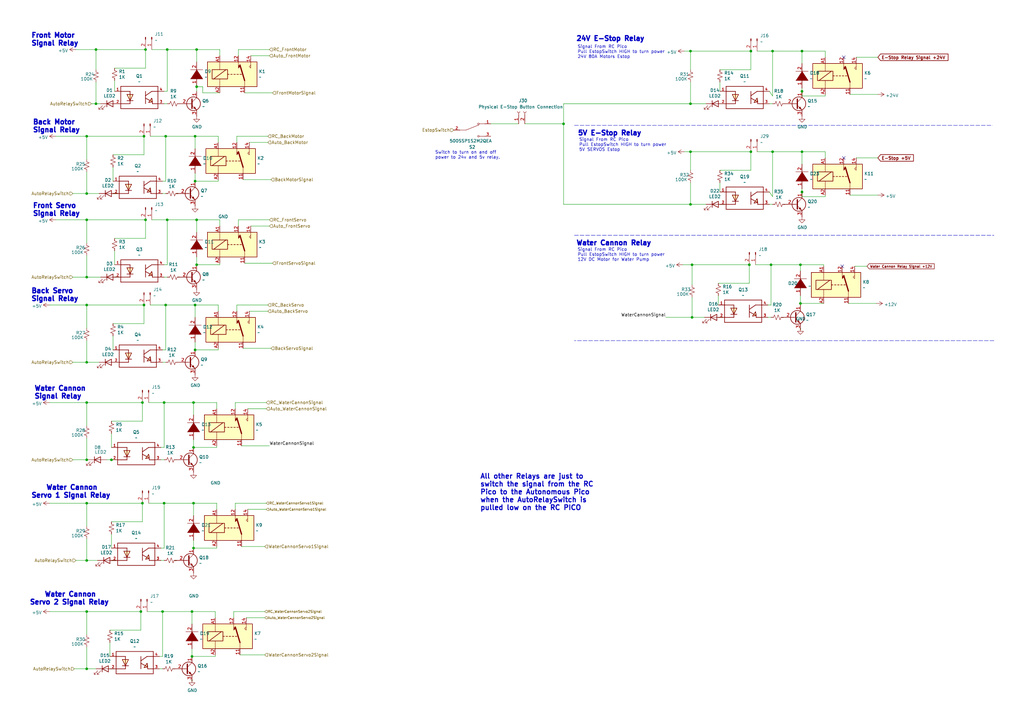
<source format=kicad_sch>
(kicad_sch (version 20211123) (generator eeschema)
  (paper "A3")
  (junction (at 66.675 250.825))
  (junction (at 78.74 269.24))
  (junction (at 79.375 224.79))
  (junction (at 328.295 124.46))
  (junction (at 35.56 229.87))
  (junction (at 328.93 20.955))
  (junction (at 59.69 90.17))
  (junction (at 67.945 125.095))
  (junction (at 35.56 148.59))
  (junction (at 80.645 20.32))
  (junction (at 35.56 55.88))
  (junction (at 67.945 55.88))
  (junction (at 68.58 20.32))
  (junction (at 59.055 125.095))
  (junction (at 80.01 74.295))
  (junction (at 59.69 20.32))
  (junction (at 316.865 62.23))
  (junction (at 283.845 130.175))
  (junction (at 35.56 113.665))
  (junction (at 79.375 165.1))
  (junction (at 307.975 20.955))
  (junction (at 328.93 62.23))
  (junction (at 79.375 206.375))
  (junction (at 58.42 206.375))
  (junction (at 80.01 55.88))
  (junction (at 283.21 83.82))
  (junction (at 67.31 165.1))
  (junction (at 307.34 108.585))
  (junction (at 35.56 188.595))
  (junction (at 57.785 250.825))
  (junction (at 328.93 78.74))
  (junction (at 328.93 37.465))
  (junction (at 316.865 20.955))
  (junction (at 283.845 108.585))
  (junction (at 35.56 165.1))
  (junction (at 68.58 90.17))
  (junction (at 80.645 90.17))
  (junction (at 79.375 183.515))
  (junction (at 231.14 50.8))
  (junction (at 39.37 42.545))
  (junction (at 35.56 206.375))
  (junction (at 80.645 35.56))
  (junction (at 39.37 20.32))
  (junction (at 80.01 143.51))
  (junction (at 45.72 188.595))
  (junction (at 283.21 62.23))
  (junction (at 80.01 125.095))
  (junction (at 35.56 79.375))
  (junction (at 328.295 108.585))
  (junction (at 59.055 55.88))
  (junction (at 35.56 250.825))
  (junction (at 35.56 274.32))
  (junction (at 316.23 108.585))
  (junction (at 80.645 108.585))
  (junction (at 307.975 62.23))
  (junction (at 67.31 206.375))
  (junction (at 35.56 125.095))
  (junction (at 283.21 42.545))
  (junction (at 35.56 90.17))
  (junction (at 283.21 20.955))
  (junction (at 78.74 250.825))
  (junction (at 58.42 165.1))
  (no_connect (at 346.075 64.77))
  (no_connect (at 346.075 23.495))
  (no_connect (at 345.44 109.22))
  (wire (pts (xy 338.455 38.735) (xy 338.455 39.37)))
  (wire (pts (xy 307.975 20.955) (xy 307.975 28.575)))
  (wire (pts (xy 79.375 206.375) (xy 79.375 211.455)))
  (wire (pts (xy 360.045 38.735) (xy 348.615 38.735)))
  (wire (pts (xy 110.49 182.88) (xy 99.06 182.88)))
  (wire (pts (xy 321.31 130.175) (xy 320.675 130.175)))
  (wire (pts (xy 283.21 33.655) (xy 283.21 42.545)))
  (wire (pts (xy 39.37 33.655) (xy 39.37 42.545)))
  (wire (pts (xy 359.41 124.46) (xy 347.98 124.46)))
  (wire (pts (xy 314.96 125.095) (xy 316.23 125.095)))
  (wire (pts (xy 89.535 73.66) (xy 89.535 74.295)))
  (wire (pts (xy 316.865 39.37) (xy 316.865 20.955)))
  (wire (pts (xy 35.56 250.825) (xy 57.785 250.825)))
  (wire (pts (xy 59.055 63.5) (xy 46.355 63.5)))
  (wire (pts (xy 88.9 165.1) (xy 79.375 165.1)))
  (wire (pts (xy 59.055 125.095) (xy 59.055 132.715)))
  (wire (pts (xy 80.645 90.17) (xy 80.645 95.25)))
  (wire (pts (xy 101.6 167.64) (xy 109.22 167.64)))
  (wire (pts (xy 316.865 80.645) (xy 316.865 62.23)))
  (wire (pts (xy 283.845 130.175) (xy 288.925 130.175)))
  (wire (pts (xy 80.01 74.295) (xy 80.01 71.12)))
  (wire (pts (xy 111.125 142.875) (xy 99.695 142.875)))
  (wire (pts (xy 294.64 121.285) (xy 294.64 125.095)))
  (wire (pts (xy 66.675 148.59) (xy 67.945 148.59)))
  (wire (pts (xy 283.845 121.92) (xy 283.845 130.175)))
  (wire (pts (xy 297.18 42.545) (xy 295.275 42.545)))
  (wire (pts (xy 338.455 80.645) (xy 328.93 80.645)))
  (wire (pts (xy 96.52 165.1) (xy 96.52 167.64)))
  (wire (pts (xy 79.375 224.79) (xy 79.375 221.615)))
  (wire (pts (xy 80.645 37.465) (xy 80.645 35.56)))
  (wire (pts (xy 35.56 250.825) (xy 35.56 260.35)))
  (wire (pts (xy 60.96 165.1) (xy 67.31 165.1)))
  (wire (pts (xy 80.645 20.32) (xy 80.645 25.4)))
  (wire (pts (xy 296.545 130.175) (xy 294.64 130.175)))
  (wire (pts (xy 328.295 134.62) (xy 328.295 135.255)))
  (wire (pts (xy 109.855 55.88) (xy 97.155 55.88)))
  (wire (pts (xy 351.155 23.495) (xy 360.045 23.495)))
  (wire (pts (xy 315.595 83.82) (xy 316.865 83.82)))
  (wire (pts (xy 307.975 69.85) (xy 295.275 69.85)))
  (wire (pts (xy 57.785 258.445) (xy 45.085 258.445)))
  (wire (pts (xy 35.56 113.665) (xy 41.275 113.665)))
  (wire (pts (xy 31.115 229.87) (xy 35.56 229.87)))
  (wire (pts (xy 89.535 74.295) (xy 80.01 74.295)))
  (wire (pts (xy 67.31 224.79) (xy 67.31 206.375)))
  (wire (pts (xy 88.9 224.155) (xy 88.9 224.79)))
  (wire (pts (xy 35.56 125.095) (xy 59.055 125.095)))
  (wire (pts (xy 338.455 20.955) (xy 328.93 20.955)))
  (wire (pts (xy 201.295 50.8) (xy 212.725 50.8)))
  (wire (pts (xy 22.86 55.88) (xy 35.56 55.88)))
  (wire (pts (xy 109.855 125.095) (xy 97.155 125.095)))
  (wire (pts (xy 22.86 90.17) (xy 35.56 90.17)))
  (wire (pts (xy 338.455 64.77) (xy 338.455 62.23)))
  (wire (pts (xy 65.405 269.24) (xy 66.675 269.24)))
  (polyline (pts (xy 235.585 51.435) (xy 407.035 51.435)))
  (wire (pts (xy 295.275 74.93) (xy 295.275 78.74)))
  (wire (pts (xy 328.93 37.465) (xy 328.93 36.195)))
  (wire (pts (xy 67.31 165.1) (xy 79.375 165.1)))
  (wire (pts (xy 46.355 68.58) (xy 46.355 74.295)))
  (wire (pts (xy 89.535 58.42) (xy 89.535 55.88)))
  (wire (pts (xy 35.56 148.59) (xy 40.64 148.59)))
  (wire (pts (xy 88.9 206.375) (xy 79.375 206.375)))
  (wire (pts (xy 88.9 167.64) (xy 88.9 165.1)))
  (wire (pts (xy 59.055 132.715) (xy 46.355 132.715)))
  (wire (pts (xy 68.58 20.32) (xy 80.645 20.32)))
  (wire (pts (xy 29.845 148.59) (xy 35.56 148.59)))
  (wire (pts (xy 315.595 37.465) (xy 316.865 39.37)))
  (wire (pts (xy 35.56 90.17) (xy 35.56 99.695)))
  (wire (pts (xy 79.375 165.1) (xy 79.375 170.18)))
  (wire (pts (xy 35.56 229.87) (xy 40.005 229.87)))
  (wire (pts (xy 66.675 74.295) (xy 67.945 74.295)))
  (wire (pts (xy 29.845 113.665) (xy 35.56 113.665)))
  (wire (pts (xy 35.56 165.1) (xy 58.42 165.1)))
  (wire (pts (xy 110.49 20.32) (xy 97.79 20.32)))
  (wire (pts (xy 80.645 108.585) (xy 80.645 105.41)))
  (wire (pts (xy 35.56 79.375) (xy 40.64 79.375)))
  (wire (pts (xy 73.66 42.545) (xy 73.025 42.545)))
  (wire (pts (xy 89.535 142.875) (xy 89.535 143.51)))
  (wire (pts (xy 316.865 62.23) (xy 328.93 62.23)))
  (wire (pts (xy 307.975 62.23) (xy 307.975 69.85)))
  (wire (pts (xy 89.535 125.095) (xy 80.01 125.095)))
  (wire (pts (xy 328.93 78.74) (xy 328.93 77.47)))
  (wire (pts (xy 97.79 90.17) (xy 97.79 92.71)))
  (wire (pts (xy 97.79 20.32) (xy 97.79 22.86)))
  (wire (pts (xy 338.455 62.23) (xy 328.93 62.23)))
  (wire (pts (xy 73.025 79.375) (xy 72.39 79.375)))
  (wire (pts (xy 78.74 269.24) (xy 78.74 266.065)))
  (wire (pts (xy 321.945 83.82) (xy 321.31 83.82)))
  (wire (pts (xy 111.125 73.66) (xy 99.695 73.66)))
  (wire (pts (xy 88.9 182.88) (xy 88.9 183.515)))
  (wire (pts (xy 280.67 20.955) (xy 283.21 20.955)))
  (wire (pts (xy 47.625 188.595) (xy 45.72 188.595)))
  (wire (pts (xy 316.865 20.955) (xy 328.93 20.955)))
  (wire (pts (xy 338.455 39.37) (xy 328.93 39.37)))
  (wire (pts (xy 67.31 206.375) (xy 79.375 206.375)))
  (wire (pts (xy 97.155 125.095) (xy 97.155 127.635)))
  (wire (pts (xy 39.37 42.545) (xy 41.275 42.545)))
  (wire (pts (xy 88.265 268.605) (xy 88.265 269.24)))
  (wire (pts (xy 35.56 206.375) (xy 35.56 215.9)))
  (wire (pts (xy 68.58 90.17) (xy 80.645 90.17)))
  (wire (pts (xy 45.72 219.075) (xy 45.72 224.79)))
  (wire (pts (xy 58.42 213.995) (xy 45.72 213.995)))
  (wire (pts (xy 35.56 139.7) (xy 35.56 148.59)))
  (wire (pts (xy 83.185 38.1) (xy 83.185 35.56)))
  (wire (pts (xy 60.96 206.375) (xy 67.31 206.375)))
  (wire (pts (xy 59.69 20.32) (xy 59.69 27.94)))
  (wire (pts (xy 67.31 108.585) (xy 68.58 108.585)))
  (wire (pts (xy 73.66 113.665) (xy 73.025 113.665)))
  (wire (pts (xy 328.295 124.46) (xy 328.295 125.095)))
  (wire (pts (xy 35.56 70.485) (xy 35.56 79.375)))
  (wire (pts (xy 307.34 108.585) (xy 307.34 116.205)))
  (wire (pts (xy 35.56 265.43) (xy 35.56 274.32)))
  (wire (pts (xy 67.31 37.465) (xy 68.58 37.465)))
  (wire (pts (xy 95.885 250.825) (xy 95.885 253.365)))
  (wire (pts (xy 88.265 250.825) (xy 78.74 250.825)))
  (wire (pts (xy 328.93 62.23) (xy 328.93 67.31)))
  (wire (pts (xy 61.595 125.095) (xy 67.945 125.095)))
  (wire (pts (xy 96.52 206.375) (xy 96.52 208.915)))
  (wire (pts (xy 88.9 183.515) (xy 79.375 183.515)))
  (wire (pts (xy 280.035 108.585) (xy 283.845 108.585)))
  (wire (pts (xy 72.39 229.87) (xy 71.755 229.87)))
  (wire (pts (xy 283.21 20.955) (xy 283.21 28.575)))
  (wire (pts (xy 89.535 55.88) (xy 80.01 55.88)))
  (wire (pts (xy 58.42 165.1) (xy 58.42 172.72)))
  (wire (pts (xy 66.675 143.51) (xy 67.945 143.51)))
  (wire (pts (xy 89.535 143.51) (xy 80.01 143.51)))
  (wire (pts (xy 48.895 113.665) (xy 46.99 113.665)))
  (wire (pts (xy 283.21 42.545) (xy 289.56 42.545)))
  (wire (pts (xy 35.56 188.595) (xy 36.195 188.595)))
  (wire (pts (xy 273.05 130.175) (xy 283.845 130.175)))
  (wire (pts (xy 102.87 92.71) (xy 110.49 92.71)))
  (wire (pts (xy 31.115 20.32) (xy 39.37 20.32)))
  (wire (pts (xy 307.975 28.575) (xy 295.275 28.575)))
  (wire (pts (xy 111.76 38.1) (xy 100.33 38.1)))
  (wire (pts (xy 108.585 268.605) (xy 98.425 268.605)))
  (wire (pts (xy 71.755 274.32) (xy 71.12 274.32)))
  (wire (pts (xy 20.32 165.1) (xy 35.56 165.1)))
  (wire (pts (xy 328.295 108.585) (xy 328.295 111.125)))
  (wire (pts (xy 20.32 125.095) (xy 35.56 125.095)))
  (wire (pts (xy 351.155 64.77) (xy 360.045 64.77)))
  (wire (pts (xy 35.56 104.775) (xy 35.56 113.665)))
  (wire (pts (xy 29.845 79.375) (xy 35.56 79.375)))
  (wire (pts (xy 48.26 148.59) (xy 46.355 148.59)))
  (wire (pts (xy 66.04 224.79) (xy 67.31 224.79)))
  (wire (pts (xy 66.675 269.24) (xy 66.675 250.825)))
  (wire (pts (xy 79.375 183.515) (xy 79.375 180.34)))
  (wire (pts (xy 280.67 62.23) (xy 283.21 62.23)))
  (wire (pts (xy 328.295 121.285) (xy 328.295 124.46)))
  (wire (pts (xy 328.295 124.46) (xy 337.82 124.46)))
  (wire (pts (xy 90.17 92.71) (xy 90.17 90.17)))
  (wire (pts (xy 283.21 62.23) (xy 307.975 62.23)))
  (wire (pts (xy 310.515 62.23) (xy 316.865 62.23)))
  (wire (pts (xy 328.93 37.465) (xy 328.93 39.37)))
  (wire (pts (xy 66.04 188.595) (xy 67.31 188.595)))
  (wire (pts (xy 315.595 42.545) (xy 316.865 42.545)))
  (wire (pts (xy 283.21 20.955) (xy 307.975 20.955)))
  (wire (pts (xy 88.265 269.24) (xy 78.74 269.24)))
  (wire (pts (xy 109.22 165.1) (xy 96.52 165.1)))
  (wire (pts (xy 337.82 109.22) (xy 337.82 108.585)))
  (wire (pts (xy 48.26 79.375) (xy 46.355 79.375)))
  (wire (pts (xy 83.185 35.56) (xy 80.645 35.56)))
  (wire (pts (xy 328.93 20.955) (xy 328.93 26.035)))
  (wire (pts (xy 110.49 90.17) (xy 97.79 90.17)))
  (wire (pts (xy 46.99 102.87) (xy 46.99 108.585)))
  (wire (pts (xy 90.17 22.86) (xy 90.17 20.32)))
  (wire (pts (xy 80.01 55.88) (xy 80.01 60.96)))
  (wire (pts (xy 47.625 229.87) (xy 45.72 229.87)))
  (wire (pts (xy 48.895 42.545) (xy 46.99 42.545)))
  (wire (pts (xy 59.69 90.17) (xy 59.69 97.79)))
  (wire (pts (xy 100.965 253.365) (xy 108.585 253.365)))
  (wire (pts (xy 29.845 188.595) (xy 35.56 188.595)))
  (wire (pts (xy 68.58 37.465) (xy 68.58 20.32)))
  (wire (pts (xy 297.18 83.82) (xy 295.275 83.82)))
  (wire (pts (xy 65.405 274.32) (xy 66.675 274.32)))
  (wire (pts (xy 111.76 107.95) (xy 100.33 107.95)))
  (wire (pts (xy 67.31 183.515) (xy 67.31 165.1)))
  (wire (pts (xy 309.88 108.585) (xy 316.23 108.585)))
  (wire (pts (xy 283.845 108.585) (xy 283.845 116.84)))
  (wire (pts (xy 80.01 143.51) (xy 80.01 140.335)))
  (wire (pts (xy 80.01 125.095) (xy 80.01 130.175)))
  (wire (pts (xy 20.32 206.375) (xy 35.56 206.375)))
  (wire (pts (xy 67.31 42.545) (xy 68.58 42.545)))
  (wire (pts (xy 102.235 58.42) (xy 109.855 58.42)))
  (wire (pts (xy 108.585 250.825) (xy 95.885 250.825)))
  (wire (pts (xy 88.265 253.365) (xy 88.265 250.825)))
  (wire (pts (xy 231.14 42.545) (xy 283.21 42.545)))
  (wire (pts (xy 60.325 250.825) (xy 66.675 250.825)))
  (polyline (pts (xy 407.67 139.7) (xy 235.585 139.7)))
  (wire (pts (xy 59.69 27.94) (xy 46.99 27.94)))
  (wire (pts (xy 66.04 229.87) (xy 67.31 229.87)))
  (wire (pts (xy 66.04 183.515) (xy 67.31 183.515)))
  (wire (pts (xy 231.14 42.545) (xy 231.14 50.8)))
  (wire (pts (xy 97.155 55.88) (xy 97.155 58.42)))
  (wire (pts (xy 90.17 20.32) (xy 80.645 20.32)))
  (wire (pts (xy 39.37 20.32) (xy 59.69 20.32)))
  (wire (pts (xy 88.9 208.915) (xy 88.9 206.375)))
  (wire (pts (xy 295.275 33.655) (xy 295.275 37.465)))
  (wire (pts (xy 315.595 78.74) (xy 316.865 80.645)))
  (wire (pts (xy 283.21 74.93) (xy 283.21 83.82)))
  (wire (pts (xy 20.32 250.825) (xy 35.56 250.825)))
  (wire (pts (xy 67.945 125.095) (xy 80.01 125.095)))
  (wire (pts (xy 35.56 55.88) (xy 59.055 55.88)))
  (wire (pts (xy 66.675 79.375) (xy 67.945 79.375)))
  (wire (pts (xy 67.945 143.51) (xy 67.945 125.095)))
  (wire (pts (xy 314.96 130.175) (xy 316.23 130.175)))
  (wire (pts (xy 108.585 224.155) (xy 99.06 224.155)))
  (wire (pts (xy 89.535 127.635) (xy 89.535 125.095)))
  (wire (pts (xy 90.17 107.95) (xy 90.17 108.585)))
  (wire (pts (xy 90.17 90.17) (xy 80.645 90.17)))
  (wire (pts (xy 350.52 109.22) (xy 355.6 109.22)))
  (wire (pts (xy 35.56 90.17) (xy 59.69 90.17)))
  (wire (pts (xy 316.23 125.095) (xy 316.23 108.585)))
  (wire (pts (xy 35.56 125.095) (xy 35.56 134.62)))
  (wire (pts (xy 360.045 80.01) (xy 348.615 80.01)))
  (wire (pts (xy 46.99 274.32) (xy 45.085 274.32)))
  (wire (pts (xy 337.82 108.585) (xy 328.295 108.585)))
  (wire (pts (xy 45.72 177.8) (xy 45.72 183.515)))
  (wire (pts (xy 80.645 34.29) (xy 80.645 35.56)))
  (wire (pts (xy 67.945 55.88) (xy 80.01 55.88)))
  (wire (pts (xy 90.17 38.1) (xy 83.185 38.1)))
  (wire (pts (xy 283.845 108.585) (xy 307.34 108.585)))
  (wire (pts (xy 283.21 83.82) (xy 231.14 83.82)))
  (wire (pts (xy 101.6 208.915) (xy 109.22 208.915)))
  (wire (pts (xy 78.74 250.825) (xy 78.74 255.905)))
  (wire (pts (xy 37.465 42.545) (xy 39.37 42.545)))
  (wire (pts (xy 57.785 250.825) (xy 57.785 258.445)))
  (wire (pts (xy 283.21 83.82) (xy 289.56 83.82)))
  (wire (pts (xy 35.56 220.98) (xy 35.56 229.87)))
  (wire (pts (xy 67.31 113.665) (xy 68.58 113.665)))
  (wire (pts (xy 328.93 78.74) (xy 328.93 80.645)))
  (wire (pts (xy 316.23 108.585) (xy 328.295 108.585)))
  (wire (pts (xy 35.56 55.88) (xy 35.56 65.405)))
  (wire (pts (xy 39.37 20.32) (xy 39.37 28.575)))
  (wire (pts (xy 102.235 127.635) (xy 109.855 127.635)))
  (wire (pts (xy 66.675 250.825) (xy 78.74 250.825)))
  (wire (pts (xy 58.42 172.72) (xy 45.72 172.72)))
  (wire (pts (xy 68.58 108.585) (xy 68.58 90.17)))
  (wire (pts (xy 73.025 148.59) (xy 72.39 148.59)))
  (wire (pts (xy 46.99 33.02) (xy 46.99 37.465)))
  (wire (pts (xy 307.34 116.205) (xy 294.64 116.205)))
  (wire (pts (xy 35.56 274.32) (xy 39.37 274.32)))
  (wire (pts (xy 35.56 179.705) (xy 35.56 188.595)))
  (wire (pts (xy 78.74 278.765) (xy 78.74 279.4)))
  (wire (pts (xy 338.455 80.01) (xy 338.455 80.645)))
  (wire (pts (xy 72.39 188.595) (xy 71.755 188.595)))
  (wire (pts (xy 338.455 23.495) (xy 338.455 20.955)))
  (wire (pts (xy 215.265 50.8) (xy 231.14 50.8)))
  (wire (pts (xy 231.14 50.8) (xy 231.14 83.82)))
  (wire (pts (xy 59.055 55.88) (xy 59.055 63.5)))
  (wire (pts (xy 45.72 188.595) (xy 43.815 188.595)))
  (wire (pts (xy 58.42 206.375) (xy 58.42 213.995)))
  (polyline (pts (xy 235.585 96.52) (xy 407.67 96.52)))
  (wire (pts (xy 45.085 263.525) (xy 45.085 269.24)))
  (wire (pts (xy 62.23 90.17) (xy 68.58 90.17)))
  (wire (pts (xy 46.355 137.795) (xy 46.355 143.51)))
  (wire (pts (xy 62.23 20.32) (xy 68.58 20.32)))
  (wire (pts (xy 109.22 206.375) (xy 96.52 206.375)))
  (wire (pts (xy 67.945 74.295) (xy 67.945 55.88)))
  (wire (pts (xy 310.515 20.955) (xy 316.865 20.955)))
  (wire (pts (xy 30.48 274.32) (xy 35.56 274.32)))
  (wire (pts (xy 283.21 62.23) (xy 283.21 69.85)))
  (wire (pts (xy 61.595 55.88) (xy 67.945 55.88)))
  (wire (pts (xy 35.56 165.1) (xy 35.56 174.625)))
  (wire (pts (xy 88.9 224.79) (xy 79.375 224.79)))
  (wire (pts (xy 59.69 97.79) (xy 46.99 97.79)))
  (wire (pts (xy 321.945 42.545) (xy 321.31 42.545)))
  (wire (pts (xy 90.17 108.585) (xy 80.645 108.585)))
  (wire (pts (xy 102.87 22.86) (xy 110.49 22.86)))
  (wire (pts (xy 35.56 206.375) (xy 58.42 206.375)))
  (text "5V E-Stop Relay" (at 236.855 55.88 0) (effects (font (size 2 2) (thickness 0.5994) bold) (justify left bottom)))
  (text "All other Relays are just to \nswitch the signal from the RC \nPico to the Autonomous Pico \nwhen the AutoRelaySwitch is \npulled low on the RC PICO" (at 196.85 209.55 0) (effects (font (size 2 2) (thickness 0.4) bold) (justify left bottom)))
  (text "Front Motor \nSignal Relay" (at 12.7 19.05 0) (effects (font (size 2 2) (thickness 0.5994) bold) (justify left bottom)))
  (text "Switch to turn on and off \npower to 24v and 5v relay." (at 178.435 65.405 0) (effects (font (size 1.27 1.27)) (justify left bottom)))
  (text "    Water Cannon \nServo 1 Signal Relay" (at 12.7 204.47 0) (effects (font (size 2 2) (thickness 0.5994) bold) (justify left bottom)))
  (text "    Water Cannon\nServo 2 Signal Relay" (at 12.065 248.285 0) (effects (font (size 2 2) (thickness 0.5994) bold) (justify left bottom)))
  (text "Front Servo \nSignal Relay" (at 13.335 88.9 0) (effects (font (size 2 2) (thickness 0.5994) bold) (justify left bottom)))
  (text "Signal From RC Pico \nPull EstopSwitch HIGH to turn power\n5V SERVOS Estop" (at 237.49 62.23 0) (effects (font (size 1.27 1.27)) (justify left bottom)))
  (text "24V E-Stop Relay" (at 236.22 17.145 0) (effects (font (size 2 2) (thickness 0.5994) bold) (justify left bottom)))
  (text "Back Motor\nSignal Relay" (at 13.335 54.61 0) (effects (font (size 2 2) (thickness 0.5994) bold) (justify left bottom)))
  (text "Water Cannon Relay" (at 236.22 100.965 0) (effects (font (size 2 2) (thickness 0.5994) bold) (justify left bottom)))
  (text "Back Servo\nSignal Relay" (at 12.7 123.825 0) (effects (font (size 2 2) (thickness 0.5994) bold) (justify left bottom)))
  (text "Water Cannon \nSignal Relay" (at 13.97 163.83 0) (effects (font (size 2 2) (thickness 0.5994) bold) (justify left bottom)))
  (text "Signal From RC Pico \nPull EstopSwitch HIGH to turn power\n24V 80A Motors Estop" (at 236.855 24.13 0) (effects (font (size 1.27 1.27)) (justify left bottom)))
  (text "Signal From RC Pico \nPull EstopSwitch HIGH to turn power\n12V DC Motor for Water Pump" (at 236.855 107.315 0) (effects (font (size 1.27 1.27)) (justify left bottom)))
  (label "WaterCannonSignal" (at 273.05 130.175 180))
  (label "WaterCannonSignal" (at 110.49 182.88 0))
  (global_label "E-Stop Relay Signal +24V" (shape input) (at 360.045 23.495 0) (effects (font bold)) (property "Intersheet References" "${INTERSHEET_REFS}" (effects hide)))
  (global_label "E-Stop +5V" (shape input) (at 360.045 64.77 0) (effects (font bold)) (property "Intersheet References" "${INTERSHEET_REFS}" (effects hide)))
  (global_label "Water Cannon Relay Signal +12V" (shape input) (at 355.6 109.22 0) (effects (font (size 1 1) bold)) (property "Intersheet References" "${INTERSHEET_REFS}" (effects hide)))
  (hierarchical_label "Auto_FrontMotor" (shape input) (at 110.49 22.86 0))
  (hierarchical_label "RC_FrontMotor" (shape input) (at 110.49 20.32 0))
  (hierarchical_label "AutoRelaySwitch" (shape input) (at 29.845 79.375 180))
  (hierarchical_label "AutoRelaySwitch" (shape input) (at 29.845 113.665 180))
  (hierarchical_label "AutoRelaySwitch" (shape input) (at 29.845 148.59 180))
  (hierarchical_label "AutoRelaySwitch" (shape input) (at 29.845 188.595 180))
  (hierarchical_label "RC_BackServo" (shape input) (at 109.855 125.095 0))
  (hierarchical_label "Auto_BackMotor" (shape input) (at 109.855 58.42 0))
  (hierarchical_label "RC_WaterCannonSignal" (shape input) (at 109.22 165.1 0))
  (hierarchical_label "Auto_WaterCannonServo2Signal" (shape input) (at 108.585 253.365 0) (effects (font (size 1 1))))
  (hierarchical_label "RC_BackMotor" (shape input) (at 109.855 55.88 0))
  (hierarchical_label "RC_WaterCannonServo1Signal" (shape input) (at 109.22 206.375 0) (effects (font (size 1 1))))
  (hierarchical_label "BackServoSignal" (shape input) (at 111.125 142.875 0))
  (hierarchical_label "AutoRelaySwitch" (shape input) (at 31.115 229.87 180))
  (hierarchical_label "Auto_WaterCannonSignal" (shape input) (at 109.22 167.64 0))
  (hierarchical_label "FrontServoSignal" (shape input) (at 111.76 107.95 0))
  (hierarchical_label "RC_FrontServo" (shape input) (at 110.49 90.17 0))
  (hierarchical_label "Auto_BackServo" (shape input) (at 109.855 127.635 0))
  (hierarchical_label "Auto_FrontServo" (shape input) (at 110.49 92.71 0))
  (hierarchical_label "EstopSwitch" (shape input) (at 186.055 53.34 180))
  (hierarchical_label "RC_WaterCannonServo2Signal" (shape input) (at 108.585 250.825 0) (effects (font (size 1 1))))
  (hierarchical_label "AutoRelaySwitch" (shape input) (at 37.465 42.545 180))
  (hierarchical_label "Auto_WaterCannonServo1Signal" (shape input) (at 109.22 208.915 0) (effects (font (size 1 1))))
  (hierarchical_label "AutoRelaySwitch" (shape input) (at 30.48 274.32 180))
  (hierarchical_label "BackMotorSignal" (shape input) (at 111.125 73.66 0))
  (hierarchical_label "FrontMotorSignal" (shape input) (at 111.76 38.1 0))
  (hierarchical_label "WaterCannonServo2Signal" (shape input) (at 108.585 268.605 0))
  (hierarchical_label "WaterCannonServo1Signal" (shape input) (at 108.585 224.155 0))
  (symbol (lib_id "Device:R_Small_US") (at 45.72 216.535 0) (unit 1)
    (property "Reference" "R17" (at 47.4472 215.3666 0) (effects (justify left)))
    (property "Value" "1K" (at 47.4472 217.678 0) (effects (justify left)))
    (property "Footprint" "Resistor_SMD:R_0805_2012Metric_Pad1.20x1.40mm_HandSolder" (effects hide))
  )
  (symbol (lib_id "power:+5V") (at 280.035 108.585 90) (unit 1)
    (property "Reference" "#PWR0145" (effects hide))
    (property "Value" "+5V" (at 276.8601 109.0188 90) (effects (justify left)))
  )
  (symbol (lib_id "Connector:Conn_01x02_Male") (at 62.23 85.09 270) (unit 1)
    (property "Reference" "J13" (at 63.5 83.82 90) (effects (justify left)))
    (property "Value" "~" (at 63.5 86.36 90) (effects (justify left)))
    (property "Footprint" "Connector_PinHeader_2.54mm:PinHeader_1x02_P2.54mm_Vertical" (effects hide))
  )
  (symbol (lib_id "Device:R_Small_US") (at 295.275 31.115 0) (unit 1)
    (property "Reference" "R14" (at 297.0022 29.9466 0) (effects (justify left)))
    (property "Value" "1K" (at 297.0022 32.258 0) (effects (justify left)))
    (property "Footprint" "Resistor_SMD:R_0805_2012Metric_Pad1.20x1.40mm_HandSolder" (effects hide))
  )
  (symbol (lib_id "power:+5V") (at 280.67 62.23 90) (unit 1)
    (property "Reference" "#PWR0198" (effects hide))
    (property "Value" "+5V" (at 277.4951 62.6638 90) (effects (justify left)))
  )
  (symbol (lib_id "Device:R_Small_US") (at 294.64 118.745 0) (unit 1)
    (property "Reference" "R16" (at 296.3672 117.5766 0) (effects (justify left)))
    (property "Value" "1K" (at 296.3672 119.888 0) (effects (justify left)))
    (property "Footprint" "Resistor_SMD:R_0805_2012Metric_Pad1.20x1.40mm_HandSolder" (effects hide))
  )
  (symbol (lib_id "PC817A:PC817A") (at 304.8 127.635 0) (unit 1)
    (property "Reference" "Q13" (at 304.8 118.8212 0))
    (property "Value" "~" (at 304.8 121.1326 0))
    (property "Footprint" "dylan:DIP762W50P254L650H458Q4B" (effects hide))
    (property "MP" "PC817A" (effects hide))
    (property "Description" "Photo-Coupler Photo-Coupler" (effects hide))
    (property "Price" "None" (effects hide))
    (property "Package" "None" (effects hide))
    (property "Availability" "Unavailable" (effects hide))
    (property "MF" "Sharp Microelectronics" (effects hide))
  )
  (symbol (lib_id "Device:R_Small_US") (at 46.355 135.255 0) (unit 1)
    (property "Reference" "R4" (at 48.0822 134.0866 0) (effects (justify left)))
    (property "Value" "1K" (at 48.0822 136.398 0) (effects (justify left)))
    (property "Footprint" "Resistor_SMD:R_0805_2012Metric_Pad1.20x1.40mm_HandSolder" (effects hide))
  )
  (symbol (lib_id "Transistor_BJT:BC547") (at 326.39 83.82 0) (unit 1)
    (property "Reference" "Q20" (at 331.216 82.6516 0) (effects (justify left)))
    (property "Value" "~" (at 331.216 84.963 0) (effects (justify left)))
    (property "Footprint" "Package_TO_SOT_THT:TO-92_Inline" (effects hide))
    (property "Datasheet" "https://www.onsemi.com/pub/Collateral/BC550-D.pdf" (effects hide))
  )
  (symbol (lib_id "power:GND") (at 328.93 88.9 0) (unit 1)
    (property "Reference" "#PWR0199" (effects hide))
    (property "Value" "~" (at 329.057 93.2942 0))
  )
  (symbol (lib_id "Device:R_Small_US") (at 319.405 83.82 270) (unit 1)
    (property "Reference" "R35" (at 319.405 78.613 90))
    (property "Value" "1K" (at 319.405 80.9244 90))
    (property "Footprint" "Resistor_SMD:R_0805_2012Metric_Pad1.20x1.40mm_HandSolder" (effects hide))
  )
  (symbol (lib_id "Connector:Conn_01x02_Male") (at 60.96 160.02 270) (unit 1)
    (property "Reference" "J15" (at 62.23 158.75 90) (effects (justify left)))
    (property "Value" "~" (at 62.23 161.29 90) (effects (justify left)))
    (property "Footprint" "Connector_PinHeader_2.54mm:PinHeader_1x02_P2.54mm_Vertical" (effects hide))
  )
  (symbol (lib_id "Connector:Conn_01x02_Male") (at 310.515 57.15 270) (unit 1)
    (property "Reference" "J29" (at 311.785 55.88 90) (effects (justify left)))
    (property "Value" "~" (at 311.785 58.42 90) (effects (justify left)))
    (property "Footprint" "Connector_PinHeader_2.54mm:PinHeader_1x02_P2.54mm_Vertical" (effects hide))
  )
  (symbol (lib_id "power:GND") (at 78.74 278.765 0) (unit 1)
    (property "Reference" "#PWR0144" (effects hide))
    (property "Value" "~" (at 78.867 283.1592 0))
  )
  (symbol (lib_id "Device:R_Small_US") (at 46.99 30.48 0) (unit 1)
    (property "Reference" "R1" (at 48.7172 29.3116 0) (effects (justify left)))
    (property "Value" "1K" (at 48.7172 31.623 0) (effects (justify left)))
    (property "Footprint" "Resistor_SMD:R_0805_2012Metric_Pad1.20x1.40mm_HandSolder" (effects hide))
  )
  (symbol (lib_id "PC817A:PC817A") (at 305.435 81.28 0) (unit 1)
    (property "Reference" "Q19" (at 305.435 72.4662 0))
    (property "Value" "~" (at 305.435 74.7776 0))
    (property "Footprint" "dylan:DIP762W50P254L650H458Q4B" (effects hide))
    (property "MP" "PC817A" (effects hide))
    (property "Description" "Photo-Coupler Photo-Coupler" (effects hide))
    (property "Price" "None" (effects hide))
    (property "Package" "None" (effects hide))
    (property "Availability" "Unavailable" (effects hide))
    (property "MF" "Sharp Microelectronics" (effects hide))
  )
  (symbol (lib_id "pspice:DIODE") (at 80.01 66.04 90) (unit 1)
    (property "Reference" "D10" (at 83.2612 64.8716 90) (effects (justify right)))
    (property "Value" "~" (at 83.2612 67.183 90) (effects (justify right)))
    (property "Footprint" "Diode_SMD:D_1210_3225Metric_Pad1.42x2.65mm_HandSolder" (effects hide))
  )
  (symbol (lib_id "power:GND") (at 80.645 118.745 0) (unit 1)
    (property "Reference" "#PWR0137" (effects hide))
    (property "Value" "~" (at 80.772 123.1392 0))
  )
  (symbol (lib_id "pspice:DIODE") (at 328.93 31.115 90) (unit 1)
    (property "Reference" "D18" (at 332.1812 29.9466 90) (effects (justify right)))
    (property "Value" "~" (at 332.1812 32.258 90) (effects (justify right)))
    (property "Footprint" "Diode_SMD:D_1210_3225Metric_Pad1.42x2.65mm_HandSolder" (effects hide))
  )
  (symbol (lib_id "Connector:Conn_01x02_Male") (at 60.325 245.745 270) (unit 1)
    (property "Reference" "J17" (at 61.595 244.475 90) (effects (justify left)))
    (property "Value" "~" (at 61.595 247.015 90) (effects (justify left)))
    (property "Footprint" "Connector_PinHeader_2.54mm:PinHeader_1x02_P2.54mm_Vertical" (effects hide))
  )
  (symbol (lib_id "Device:R_Small_US") (at 71.12 113.665 270) (unit 1)
    (property "Reference" "R11" (at 71.12 108.458 90))
    (property "Value" "1K" (at 71.12 110.7694 90))
    (property "Footprint" "Resistor_SMD:R_0805_2012Metric_Pad1.20x1.40mm_HandSolder" (effects hide))
  )
  (symbol (lib_id "Device:LED") (at 43.815 229.87 0) (unit 1)
    (property "Reference" "D17" (at 43.6372 224.3582 0))
    (property "Value" "LED2" (at 43.6372 226.6696 0))
    (property "Footprint" "LED_SMD:LED_0402_1005Metric_Pad0.77x0.64mm_HandSolder" (effects hide))
  )
  (symbol (lib_id "Transistor_BJT:BC547") (at 76.835 229.87 0) (unit 1)
    (property "Reference" "Q18" (at 81.661 228.7016 0) (effects (justify left)))
    (property "Value" "~" (at 81.661 231.013 0) (effects (justify left)))
    (property "Footprint" "Package_TO_SOT_THT:TO-92_Inline" (effects hide))
    (property "Datasheet" "https://www.onsemi.com/pub/Collateral/BC550-D.pdf" (effects hide))
  )
  (symbol (lib_id "Relay:FINDER-40.11") (at 93.98 175.26 0) (unit 1)
    (property "Reference" "K5" (at 104.902 174.0916 0) (effects (justify left)))
    (property "Value" "~" (at 104.902 176.403 0) (effects (justify left)))
    (property "Footprint" "Relay_THT:Relay_SPDT_Finder_36.11" (effects hide))
    (property "Datasheet" "https://www.finder-relais.net/de/finder-relais-serie-40.pdf" (effects hide))
  )
  (symbol (lib_id "Relay:FINDER-40.11") (at 93.98 216.535 0) (unit 1)
    (property "Reference" "K9" (at 104.902 215.3666 0) (effects (justify left)))
    (property "Value" "~" (at 104.902 217.678 0) (effects (justify left)))
    (property "Footprint" "Relay_THT:Relay_SPDT_Finder_36.11" (effects hide))
    (property "Datasheet" "https://www.finder-relais.net/de/finder-relais-serie-40.pdf" (effects hide))
  )
  (symbol (lib_id "PC817A:PC817A") (at 55.88 227.33 0) (unit 1)
    (property "Reference" "Q14" (at 55.88 218.5162 0))
    (property "Value" "~" (at 55.88 220.8276 0))
    (property "Footprint" "dylan:DIP762W50P254L650H458Q4B" (effects hide))
    (property "MP" "PC817A" (effects hide))
    (property "Description" "Photo-Coupler Photo-Coupler" (effects hide))
    (property "Price" "None" (effects hide))
    (property "Package" "None" (effects hide))
    (property "Availability" "Unavailable" (effects hide))
    (property "MF" "Sharp Microelectronics" (effects hide))
  )
  (symbol (lib_id "Device:R_Small_US") (at 35.56 137.16 0) (unit 1)
    (property "Reference" "R27" (at 31.115 136.525 0) (effects (justify left)))
    (property "Value" "100K" (at 29.21 138.43 0) (effects (justify left)))
    (property "Footprint" "Resistor_SMD:R_0805_2012Metric_Pad1.20x1.40mm_HandSolder" (effects hide))
  )
  (symbol (lib_id "power:+5V") (at 20.32 125.095 90) (unit 1)
    (property "Reference" "#PWR0140" (effects hide))
    (property "Value" "+5V" (at 17.1451 125.5288 90) (effects (justify left)))
  )
  (symbol (lib_id "pspice:DIODE") (at 80.645 100.33 90) (unit 1)
    (property "Reference" "D11" (at 83.8962 99.1616 90) (effects (justify right)))
    (property "Value" "~" (at 83.8962 101.473 90) (effects (justify right)))
    (property "Footprint" "Diode_SMD:D_1210_3225Metric_Pad1.42x2.65mm_HandSolder" (effects hide))
  )
  (symbol (lib_id "Connector:Conn_01x02_Male") (at 62.23 15.24 270) (unit 1)
    (property "Reference" "J11" (at 63.5 13.97 90) (effects (justify left)))
    (property "Value" "~" (at 63.5 16.51 90) (effects (justify left)))
    (property "Footprint" "Connector_PinHeader_2.54mm:PinHeader_1x02_P2.54mm_Vertical" (effects hide))
  )
  (symbol (lib_id "power:+24V") (at 360.045 38.735 270) (unit 1)
    (property "Reference" "#PWR0152" (effects hide))
    (property "Value" "+24V" (at 363.22 39.1688 90) (effects (justify left)))
  )
  (symbol (lib_id "Device:R_Small_US") (at 71.12 42.545 270) (unit 1)
    (property "Reference" "R9" (at 71.12 37.338 90))
    (property "Value" "1K" (at 71.12 39.6494 90))
    (property "Footprint" "Resistor_SMD:R_0805_2012Metric_Pad1.20x1.40mm_HandSolder" (effects hide))
  )
  (symbol (lib_id "Relay:FINDER-40.11") (at 94.615 135.255 0) (unit 1)
    (property "Reference" "K4" (at 105.537 134.0866 0) (effects (justify left)))
    (property "Value" "~" (at 105.537 136.398 0) (effects (justify left)))
    (property "Footprint" "Relay_THT:Relay_SPDT_Finder_36.11" (effects hide))
    (property "Datasheet" "https://www.finder-relais.net/de/finder-relais-serie-40.pdf" (effects hide))
  )
  (symbol (lib_id "pspice:DIODE") (at 79.375 175.26 90) (unit 1)
    (property "Reference" "D13" (at 82.6262 174.0916 90) (effects (justify right)))
    (property "Value" "~" (at 82.6262 176.403 90) (effects (justify right)))
    (property "Footprint" "Diode_SMD:D_1210_3225Metric_Pad1.42x2.65mm_HandSolder" (effects hide))
  )
  (symbol (lib_id "power:+5V") (at 20.32 165.1 90) (unit 1)
    (property "Reference" "#PWR0141" (effects hide))
    (property "Value" "+5V" (at 17.1451 165.5338 90) (effects (justify left)))
  )
  (symbol (lib_id "power:GND") (at 80.01 84.455 0) (unit 1)
    (property "Reference" "#PWR0135" (effects hide))
    (property "Value" "~" (at 91.567 88.8492 0))
  )
  (symbol (lib_id "PC817A:PC817A") (at 55.245 271.78 0) (unit 1)
    (property "Reference" "Q12" (at 55.245 262.9662 0))
    (property "Value" "~" (at 55.245 265.2776 0))
    (property "Footprint" "dylan:DIP762W50P254L650H458Q4B" (effects hide))
    (property "MP" "PC817A" (effects hide))
    (property "Description" "Photo-Coupler Photo-Coupler" (effects hide))
    (property "Price" "None" (effects hide))
    (property "Package" "None" (effects hide))
    (property "Availability" "Unavailable" (effects hide))
    (property "MF" "Sharp Microelectronics" (effects hide))
  )
  (symbol (lib_id "Transistor_BJT:BC547") (at 325.755 130.175 0) (unit 1)
    (property "Reference" "Q17" (at 330.581 129.0066 0) (effects (justify left)))
    (property "Value" "~" (at 330.581 131.318 0) (effects (justify left)))
    (property "Footprint" "Package_TO_SOT_THT:TO-92_Inline" (effects hide))
    (property "Datasheet" "https://www.onsemi.com/pub/Collateral/BC550-D.pdf" (effects hide))
  )
  (symbol (lib_id "Relay:FINDER-40.11") (at 343.535 72.39 0) (unit 1)
    (property "Reference" "K11" (at 354.457 71.2216 0) (effects (justify left)))
    (property "Value" "~" (at 354.457 73.533 0) (effects (justify left)))
    (property "Footprint" "Relay_THT:Relay_SPDT_Finder_36.11" (effects hide))
    (property "Datasheet" "https://www.finder-relais.net/de/finder-relais-serie-40.pdf" (effects hide))
  )
  (symbol (lib_id "Device:R_Small_US") (at 295.275 72.39 0) (unit 1)
    (property "Reference" "R34" (at 297.0022 71.2216 0) (effects (justify left)))
    (property "Value" "1K" (at 297.0022 73.533 0) (effects (justify left)))
    (property "Footprint" "Resistor_SMD:R_0805_2012Metric_Pad1.20x1.40mm_HandSolder" (effects hide))
  )
  (symbol (lib_id "Relay:FINDER-40.11") (at 342.9 116.84 0) (unit 1)
    (property "Reference" "K8" (at 353.822 115.6716 0) (effects (justify left)))
    (property "Value" "~" (at 353.822 117.983 0) (effects (justify left)))
    (property "Footprint" "Relay_THT:Relay_SPDT_Finder_36.11" (effects hide))
    (property "Datasheet" "https://www.finder-relais.net/de/finder-relais-serie-40.pdf" (effects hide))
  )
  (symbol (lib_id "Connector:Conn_01x02_Male") (at 309.88 103.505 270) (unit 1)
    (property "Reference" "J18" (at 311.15 102.235 90) (effects (justify left)))
    (property "Value" "~" (at 311.15 104.775 90) (effects (justify left)))
    (property "Footprint" "Connector_PinHeader_2.54mm:PinHeader_1x02_P2.54mm_Vertical" (effects hide))
  )
  (symbol (lib_id "PC817A:PC817A") (at 305.435 40.005 0) (unit 1)
    (property "Reference" "Q11" (at 305.435 31.1912 0))
    (property "Value" "~" (at 305.435 33.5026 0))
    (property "Footprint" "dylan:DIP762W50P254L650H458Q4B" (effects hide))
    (property "MP" "PC817A" (effects hide))
    (property "Description" "Photo-Coupler Photo-Coupler" (effects hide))
    (property "Price" "None" (effects hide))
    (property "Package" "None" (effects hide))
    (property "Availability" "Unavailable" (effects hide))
    (property "MF" "Sharp Microelectronics" (effects hide))
  )
  (symbol (lib_id "Device:LED") (at 44.45 79.375 0) (unit 1)
    (property "Reference" "D2" (at 44.2722 73.8632 0))
    (property "Value" "LED2" (at 44.2722 76.1746 0))
    (property "Footprint" "LED_SMD:LED_0402_1005Metric_Pad0.77x0.64mm_HandSolder" (effects hide))
  )
  (symbol (lib_id "Device:LED") (at 292.735 130.175 0) (unit 1)
    (property "Reference" "D16" (at 292.5572 124.6632 0))
    (property "Value" "LED2" (at 292.5572 126.9746 0))
    (property "Footprint" "LED_SMD:LED_0402_1005Metric_Pad0.77x0.64mm_HandSolder" (effects hide))
  )
  (symbol (lib_id "Connector:Conn_01x02_Male") (at 61.595 120.015 270) (unit 1)
    (property "Reference" "J14" (at 62.865 118.745 90) (effects (justify left)))
    (property "Value" "~" (at 62.865 121.285 90) (effects (justify left)))
    (property "Footprint" "Connector_PinHeader_2.54mm:PinHeader_1x02_P2.54mm_Vertical" (effects hide))
  )
  (symbol (lib_id "Transistor_BJT:BC547") (at 76.2 274.32 0) (unit 1)
    (property "Reference" "Q16" (at 81.026 273.1516 0) (effects (justify left)))
    (property "Value" "~" (at 81.026 275.463 0) (effects (justify left)))
    (property "Footprint" "Package_TO_SOT_THT:TO-92_Inline" (effects hide))
    (property "Datasheet" "https://www.onsemi.com/pub/Collateral/BC550-D.pdf" (effects hide))
  )
  (symbol (lib_id "pspice:DIODE") (at 78.74 260.985 90) (unit 1)
    (property "Reference" "D19" (at 81.9912 259.8166 90) (effects (justify right)))
    (property "Value" "~" (at 81.9912 262.128 90) (effects (justify right)))
    (property "Footprint" "Diode_SMD:D_1210_3225Metric_Pad1.42x2.65mm_HandSolder" (effects hide))
  )
  (symbol (lib_id "Device:R_Small_US") (at 39.37 31.115 0) (unit 1)
    (property "Reference" "R24" (at 34.925 30.48 0) (effects (justify left)))
    (property "Value" "100K" (at 33.02 32.385 0) (effects (justify left)))
    (property "Footprint" "Resistor_SMD:R_0805_2012Metric_Pad1.20x1.40mm_HandSolder" (effects hide))
  )
  (symbol (lib_id "Relay:FINDER-40.11") (at 343.535 31.115 0) (unit 1)
    (property "Reference" "K6" (at 354.457 29.9466 0) (effects (justify left)))
    (property "Value" "~" (at 354.457 32.258 0) (effects (justify left)))
    (property "Footprint" "Relay_THT:Relay_SPDT_Finder_36.11" (effects hide))
    (property "Datasheet" "https://www.finder-relais.net/de/finder-relais-serie-40.pdf" (effects hide))
  )
  (symbol (lib_id "Device:R_Small_US") (at 283.845 119.38 0) (unit 1)
    (property "Reference" "R33" (at 279.4 118.745 0) (effects (justify left)))
    (property "Value" "100K" (at 277.495 120.65 0) (effects (justify left)))
    (property "Footprint" "Resistor_SMD:R_0805_2012Metric_Pad1.20x1.40mm_HandSolder" (effects hide))
  )
  (symbol (lib_id "Transistor_BJT:BC547") (at 78.105 113.665 0) (unit 1)
    (property "Reference" "Q8" (at 82.931 112.4966 0) (effects (justify left)))
    (property "Value" "~" (at 82.931 114.808 0) (effects (justify left)))
    (property "Footprint" "Package_TO_SOT_THT:TO-92_Inline" (effects hide))
    (property "Datasheet" "https://www.onsemi.com/pub/Collateral/BC550-D.pdf" (effects hide))
  )
  (symbol (lib_id "power:+5V") (at 280.67 20.955 90) (unit 1)
    (property "Reference" "#PWR0149" (effects hide))
    (property "Value" "+5V" (at 277.4951 21.3888 90) (effects (justify left)))
  )
  (symbol (lib_id "PC817A:PC817A") (at 57.15 40.005 0) (unit 1)
    (property "Reference" "Q1" (at 57.15 31.1912 0))
    (property "Value" "~" (at 57.15 33.5026 0))
    (property "Footprint" "dylan:DIP762W50P254L650H458Q4B" (effects hide))
    (property "MP" "PC817A" (effects hide))
    (property "Description" "Photo-Coupler Photo-Coupler" (effects hide))
    (property "Price" "None" (effects hide))
    (property "Package" "None" (effects hide))
    (property "Availability" "Unavailable" (effects hide))
    (property "MF" "Sharp Microelectronics" (effects hide))
  )
  (symbol (lib_id "PC817A:PC817A") (at 56.515 146.05 0) (unit 1)
    (property "Reference" "Q4" (at 56.515 137.2362 0))
    (property "Value" "~" (at 56.515 139.5476 0))
    (property "Footprint" "dylan:DIP762W50P254L650H458Q4B" (effects hide))
    (property "MP" "PC817A" (effects hide))
    (property "Description" "Photo-Coupler Photo-Coupler" (effects hide))
    (property "Price" "None" (effects hide))
    (property "Package" "None" (effects hide))
    (property "Availability" "Unavailable" (effects hide))
    (property "MF" "Sharp Microelectronics" (effects hide))
  )
  (symbol (lib_id "Transistor_BJT:BC547") (at 77.47 148.59 0) (unit 1)
    (property "Reference" "Q9" (at 82.296 147.4216 0) (effects (justify left)))
    (property "Value" "~" (at 82.296 149.733 0) (effects (justify left)))
    (property "Footprint" "Package_TO_SOT_THT:TO-92_Inline" (effects hide))
    (property "Datasheet" "https://www.onsemi.com/pub/Collateral/BC550-D.pdf" (effects hide))
  )
  (symbol (lib_id "Device:LED") (at 43.18 274.32 0) (unit 1)
    (property "Reference" "D15" (at 43.0022 268.8082 0))
    (property "Value" "LED2" (at 43.0022 271.1196 0))
    (property "Footprint" "LED_SMD:LED_0402_1005Metric_Pad0.77x0.64mm_HandSolder" (effects hide))
  )
  (symbol (lib_id "power:+5V") (at 22.86 55.88 90) (unit 1)
    (property "Reference" "#PWR0138" (effects hide))
    (property "Value" "+5V" (at 19.6851 56.3138 90) (effects (justify left)))
  )
  (symbol (lib_id "pspice:DIODE") (at 328.295 116.205 90) (unit 1)
    (property "Reference" "D20" (at 323.215 116.205 90) (effects (justify right)))
    (property "Value" "~" (at 331.5462 117.348 90) (effects (justify right)))
    (property "Footprint" "Diode_SMD:D_1210_3225Metric_Pad1.42x2.65mm_HandSolder" (effects hide))
  )
  (symbol (lib_id "power:GND") (at 328.295 134.62 0) (unit 1)
    (property "Reference" "#PWR0146" (effects hide))
    (property "Value" "~" (at 328.422 130.7592 0))
  )
  (symbol (lib_id "Device:R_Small_US") (at 46.99 100.33 0) (unit 1)
    (property "Reference" "R3" (at 48.7172 99.1616 0) (effects (justify left)))
    (property "Value" "1K" (at 48.7172 101.473 0) (effects (justify left)))
    (property "Footprint" "Resistor_SMD:R_0805_2012Metric_Pad1.20x1.40mm_HandSolder" (effects hide))
  )
  (symbol (lib_id "Device:LED") (at 44.45 148.59 0) (unit 1)
    (property "Reference" "D4" (at 44.2722 143.0782 0))
    (property "Value" "LED2" (at 44.2722 145.3896 0))
    (property "Footprint" "LED_SMD:LED_0402_1005Metric_Pad0.77x0.64mm_HandSolder" (effects hide))
  )
  (symbol (lib_id "500SSP1S2M2QEA:500SSP1S2M2QEA") (at 193.675 53.34 0) (unit 1)
    (property "Reference" "S2" (at 193.675 60.325 0))
    (property "Value" "500SSP1S2M2QEA" (at 193.04 57.785 0))
    (property "Footprint" "dylan:SW_500SSP1S2M2QEA" (effects hide))
    (property "Datasheet" "https://www.digikey.com/en/products/detail/e-switch/500SSP1S2M2QEA/1803993?utm_adgroup=&utm_source=google&utm_medium=cpc&utm_campaign=PMax%20Shopping_Product_Low%20ROAS%20Categories&utm_term=&utm_content=&utm_id=go_cmp-20243063506_adg-_ad-__dev-c_ext-_prd-1803993_sig-Cj0KCQiA5fetBhC9ARIsAP1UMgF_lKoLxJErkFHgZVcsSd0KgjoC60Ft3_n5XenuKVFArcmdF-f7iD0aAqA_EALw_wcB&gad_source=1&gclid=Cj0KCQiA5fetBhC9ARIsAP1UMgF_lKoLxJErkFHgZVcsSd0KgjoC60Ft3_n5XenuKVFArcmdF-f7iD0aAqA_EALw_wcB" (effects hide))
    (property "MF" "E-Switch" (effects hide))
    (property "MAXIMUM_PACKAGE_HEIGHT" "13.59mm" (effects hide))
    (property "Package" "None" (effects hide))
    (property "Price" "None" (effects hide))
    (property "Check_prices" "https://www.snapeda.com/parts/500SSP1S2M2QEA/E-Switch/view-part/?ref=eda" (effects hide))
    (property "STANDARD" "Manufacturer Recommendations" (effects hide))
    (property "PARTREV" "C" (effects hide))
    (property "SnapEDA_Link" "https://www.snapeda.com/parts/500SSP1S2M2QEA/E-Switch/view-part/?ref=snap" (effects hide))
    (property "MP" "500SSP1S2M2QEA" (effects hide))
    (property "Description" "\nSlide Switch, 500A Series, Sealed, SPDT, ON-ON, 5A, 120VAC/28VDC, Silver, PC Pi | E-Switch 500SSP1S2M2QEA\n" (effects hide))
    (property "Availability" "In Stock" (effects hide))
    (property "MANUFACTURER" "E-switch" (effects hide))
  )
  (symbol (lib_id "Device:R_Small_US") (at 46.355 66.04 0) (unit 1)
    (property "Reference" "R2" (at 48.0822 64.8716 0) (effects (justify left)))
    (property "Value" "1K" (at 48.0822 67.183 0) (effects (justify left)))
    (property "Footprint" "Resistor_SMD:R_0805_2012Metric_Pad1.20x1.40mm_HandSolder" (effects hide))
  )
  (symbol (lib_id "PC817A:PC817A") (at 56.515 76.835 0) (unit 1)
    (property "Reference" "Q2" (at 56.515 68.0212 0))
    (property "Value" "~" (at 56.515 70.3326 0))
    (property "Footprint" "dylan:DIP762W50P254L650H458Q4B" (effects hide))
    (property "MP" "PC817A" (effects hide))
    (property "Description" "Photo-Coupler Photo-Coupler" (effects hide))
    (property "Price" "None" (effects hide))
    (property "Package" "None" (effects hide))
    (property "Availability" "Unavailable" (effects hide))
    (property "MF" "Sharp Microelectronics" (effects hide))
  )
  (symbol (lib_id "pspice:DIODE") (at 328.93 72.39 90) (unit 1)
    (property "Reference" "D23" (at 332.1812 71.2216 90) (effects (justify right)))
    (property "Value" "~" (at 332.1812 73.533 90) (effects (justify right)))
    (property "Footprint" "Diode_SMD:D_1210_3225Metric_Pad1.42x2.65mm_HandSolder" (effects hide))
  )
  (symbol (lib_id "Device:R_Small_US") (at 35.56 262.89 0) (unit 1)
    (property "Reference" "R30" (at 31.115 262.255 0) (effects (justify left)))
    (property "Value" "100K" (at 29.21 264.16 0) (effects (justify left)))
    (property "Footprint" "Resistor_SMD:R_0805_2012Metric_Pad1.20x1.40mm_HandSolder" (effects hide))
  )
  (symbol (lib_id "Transistor_BJT:BC547") (at 77.47 79.375 0) (unit 1)
    (property "Reference" "Q7" (at 82.296 78.2066 0) (effects (justify left)))
    (property "Value" "~" (at 82.296 80.518 0) (effects (justify left)))
    (property "Footprint" "Package_TO_SOT_THT:TO-92_Inline" (effects hide))
    (property "Datasheet" "https://www.onsemi.com/pub/Collateral/BC550-D.pdf" (effects hide))
  )
  (symbol (lib_id "power:GND") (at 328.93 47.625 0) (unit 1)
    (property "Reference" "#PWR0148" (effects hide))
    (property "Value" "~" (at 329.057 52.0192 0))
  )
  (symbol (lib_id "power:+5V") (at 20.32 206.375 90) (unit 1)
    (property "Reference" "#PWR0151" (effects hide))
    (property "Value" "+5V" (at 17.1451 206.8088 90) (effects (justify left)))
  )
  (symbol (lib_id "power:GND") (at 79.375 193.675 0) (unit 1)
    (property "Reference" "#PWR0139" (effects hide))
    (property "Value" "~" (at 88.392 198.0692 0))
  )
  (symbol (lib_id "Device:LED") (at 45.085 42.545 0) (unit 1)
    (property "Reference" "D1" (at 44.9072 37.0332 0))
    (property "Value" "LED2" (at 44.9072 39.3446 0))
    (property "Footprint" "LED_SMD:LED_0402_1005Metric_Pad0.77x0.64mm_HandSolder" (effects hide))
  )
  (symbol (lib_id "Device:R_Small_US") (at 69.85 229.87 270) (unit 1)
    (property "Reference" "R21" (at 69.85 224.663 90))
    (property "Value" "1K" (at 69.85 226.9744 90))
    (property "Footprint" "Resistor_SMD:R_0805_2012Metric_Pad1.20x1.40mm_HandSolder" (effects hide))
  )
  (symbol (lib_id "Device:LED") (at 45.085 113.665 0) (unit 1)
    (property "Reference" "D3" (at 44.9072 108.1532 0))
    (property "Value" "LED2" (at 44.9072 110.4646 0))
    (property "Footprint" "LED_SMD:LED_0402_1005Metric_Pad0.77x0.64mm_HandSolder" (effects hide))
  )
  (symbol (lib_id "Connector:Conn_01x02_Male") (at 61.595 50.8 270) (unit 1)
    (property "Reference" "J12" (at 62.865 49.53 90) (effects (justify left)))
    (property "Value" "~" (at 62.865 52.07 90) (effects (justify left)))
    (property "Footprint" "Connector_PinHeader_2.54mm:PinHeader_1x02_P2.54mm_Vertical" (effects hide))
  )
  (symbol (lib_id "Relay:FINDER-40.11") (at 95.25 30.48 0) (unit 1)
    (property "Reference" "K1" (at 106.172 29.3116 0) (effects (justify left)))
    (property "Value" "~" (at 106.172 31.623 0) (effects (justify left)))
    (property "Footprint" "Relay_THT:Relay_SPDT_Finder_36.11" (effects hide))
    (property "Datasheet" "https://www.finder-relais.net/de/finder-relais-serie-40.pdf" (effects hide))
  )
  (symbol (lib_id "Transistor_BJT:BC547") (at 78.105 42.545 0) (unit 1)
    (property "Reference" "Q6" (at 82.931 41.3766 0) (effects (justify left)))
    (property "Value" "~" (at 82.931 43.688 0) (effects (justify left)))
    (property "Footprint" "Package_TO_SOT_THT:TO-92_Inline" (effects hide))
    (property "Datasheet" "https://www.onsemi.com/pub/Collateral/BC550-D.pdf" (effects hide))
  )
  (symbol (lib_id "Device:R_Small_US") (at 283.21 31.115 0) (unit 1)
    (property "Reference" "R31" (at 278.765 30.48 0) (effects (justify left)))
    (property "Value" "100K" (at 276.86 32.385 0) (effects (justify left)))
    (property "Footprint" "Resistor_SMD:R_0805_2012Metric_Pad1.20x1.40mm_HandSolder" (effects hide))
  )
  (symbol (lib_id "Device:R_Small_US") (at 69.85 188.595 270) (unit 1)
    (property "Reference" "R13" (at 69.85 183.388 90))
    (property "Value" "1K" (at 69.85 185.6994 90))
    (property "Footprint" "Resistor_SMD:R_0805_2012Metric_Pad1.20x1.40mm_HandSolder" (effects hide))
  )
  (symbol (lib_id "PC817A:PC817A") (at 57.15 111.125 0) (unit 1)
    (property "Reference" "Q3" (at 57.15 102.3112 0))
    (property "Value" "~" (at 57.15 104.6226 0))
    (property "Footprint" "dylan:DIP762W50P254L650H458Q4B" (effects hide))
    (property "MP" "PC817A" (effects hide))
    (property "Description" "Photo-Coupler Photo-Coupler" (effects hide))
    (property "Price" "None" (effects hide))
    (property "Package" "None" (effects hide))
    (property "Availability" "Unavailable" (effects hide))
    (property "MF" "Sharp Microelectronics" (effects hide))
  )
  (symbol (lib_id "Relay:FINDER-40.11") (at 94.615 66.04 0) (unit 1)
    (property "Reference" "K2" (at 105.537 64.8716 0) (effects (justify left)))
    (property "Value" "~" (at 105.537 67.183 0) (effects (justify left)))
    (property "Footprint" "Relay_THT:Relay_SPDT_Finder_36.11" (effects hide))
    (property "Datasheet" "https://www.finder-relais.net/de/finder-relais-serie-40.pdf" (effects hide))
  )
  (symbol (lib_id "pspice:DIODE") (at 79.375 216.535 90) (unit 1)
    (property "Reference" "D21" (at 82.6262 215.3666 90) (effects (justify right)))
    (property "Value" "~" (at 82.6262 217.678 90) (effects (justify right)))
    (property "Footprint" "Diode_SMD:D_1210_3225Metric_Pad1.42x2.65mm_HandSolder" (effects hide))
  )
  (symbol (lib_id "Transistor_BJT:BC547") (at 326.39 42.545 0) (unit 1)
    (property "Reference" "Q15" (at 331.216 41.3766 0) (effects (justify left)))
    (property "Value" "~" (at 331.216 43.688 0) (effects (justify left)))
    (property "Footprint" "Package_TO_SOT_THT:TO-92_Inline" (effects hide))
    (property "Datasheet" "https://www.onsemi.com/pub/Collateral/BC550-D.pdf" (effects hide))
  )
  (symbol (lib_id "Device:R_Small_US") (at 35.56 177.165 0) (unit 1)
    (property "Reference" "R28" (at 31.115 176.53 0) (effects (justify left)))
    (property "Value" "100K" (at 29.21 178.435 0) (effects (justify left)))
    (property "Footprint" "Resistor_SMD:R_0805_2012Metric_Pad1.20x1.40mm_HandSolder" (effects hide))
  )
  (symbol (lib_id "power:+12V") (at 359.41 124.46 270) (unit 1)
    (property "Reference" "#PWR0147" (effects hide))
    (property "Value" "+12V" (at 362.585 124.8938 90) (effects (justify left)))
  )
  (symbol (lib_id "power:+5V") (at 20.32 250.825 90) (unit 1)
    (property "Reference" "#PWR0150" (effects hide))
    (property "Value" "+5V" (at 17.1451 251.2588 90) (effects (justify left)))
  )
  (symbol (lib_id "Device:LED") (at 293.37 83.82 0) (unit 1)
    (property "Reference" "D22" (at 293.1922 78.3082 0))
    (property "Value" "LED2" (at 293.1922 80.6196 0))
    (property "Footprint" "LED_SMD:LED_0402_1005Metric_Pad0.77x0.64mm_HandSolder" (effects hide))
  )
  (symbol (lib_id "Relay:FINDER-40.11") (at 93.345 260.985 0) (unit 1)
    (property "Reference" "K7" (at 104.267 259.8166 0) (effects (justify left)))
    (property "Value" "~" (at 104.267 262.128 0) (effects (justify left)))
    (property "Footprint" "Relay_THT:Relay_SPDT_Finder_36.11" (effects hide))
    (property "Datasheet" "https://www.finder-relais.net/de/finder-relais-serie-40.pdf" (effects hide))
  )
  (symbol (lib_id "Device:R_Small_US") (at 319.405 42.545 270) (unit 1)
    (property "Reference" "R18" (at 319.405 37.338 90))
    (property "Value" "1K" (at 319.405 39.6494 90))
    (property "Footprint" "Resistor_SMD:R_0805_2012Metric_Pad1.20x1.40mm_HandSolder" (effects hide))
  )
  (symbol (lib_id "power:GND") (at 80.01 153.67 0) (unit 1)
    (property "Reference" "#PWR0142" (effects hide))
    (property "Value" "~" (at 80.137 158.0642 0))
  )
  (symbol (lib_id "Device:R_Small_US") (at 35.56 218.44 0) (unit 1)
    (property "Reference" "R29" (at 31.115 217.805 0) (effects (justify left)))
    (property "Value" "100K" (at 29.21 219.71 0) (effects (justify left)))
    (property "Footprint" "Resistor_SMD:R_0805_2012Metric_Pad1.20x1.40mm_HandSolder" (effects hide))
  )
  (symbol (lib_id "Connector:Conn_01x02_Male") (at 310.515 15.875 270) (unit 1)
    (property "Reference" "J16" (at 311.785 14.605 90) (effects (justify left)))
    (property "Value" "~" (at 311.785 17.145 90) (effects (justify left)))
    (property "Footprint" "Connector_PinHeader_2.54mm:PinHeader_1x02_P2.54mm_Vertical" (effects hide))
  )
  (symbol (lib_id "Device:R_Small_US") (at 35.56 102.235 0) (unit 1)
    (property "Reference" "R26" (at 31.115 101.6 0) (effects (justify left)))
    (property "Value" "100K" (at 29.21 103.505 0) (effects (justify left)))
    (property "Footprint" "Resistor_SMD:R_0805_2012Metric_Pad1.20x1.40mm_HandSolder" (effects hide))
  )
  (symbol (lib_id "Relay:FINDER-40.11") (at 95.25 100.33 0) (unit 1)
    (property "Reference" "K3" (at 106.172 99.1616 0) (effects (justify left)))
    (property "Value" "~" (at 106.172 101.473 0) (effects (justify left)))
    (property "Footprint" "Relay_THT:Relay_SPDT_Finder_36.11" (effects hide))
    (property "Datasheet" "https://www.finder-relais.net/de/finder-relais-serie-40.pdf" (effects hide))
  )
  (symbol (lib_id "pspice:DIODE") (at 80.01 135.255 90) (unit 1)
    (property "Reference" "D12" (at 83.2612 134.0866 90) (effects (justify right)))
    (property "Value" "~" (at 83.2612 136.398 90) (effects (justify right)))
    (property "Footprint" "Diode_SMD:D_1210_3225Metric_Pad1.42x2.65mm_HandSolder" (effects hide))
  )
  (symbol (lib_id "Device:R_Small_US") (at 318.77 130.175 270) (unit 1)
    (property "Reference" "R20" (at 318.77 124.968 90))
    (property "Value" "1K" (at 318.77 127.2794 90))
    (property "Footprint" "Resistor_SMD:R_0805_2012Metric_Pad1.20x1.40mm_HandSolder" (effects hide))
  )
  (symbol (lib_id "Device:R_Small_US") (at 45.72 175.26 0) (unit 1)
    (property "Reference" "R5" (at 47.4472 174.0916 0) (effects (justify left)))
    (property "Value" "1K" (at 47.4472 176.403 0) (effects (justify left)))
    (property "Footprint" "Resistor_SMD:R_0805_2012Metric_Pad1.20x1.40mm_HandSolder" (effects hide))
  )
  (symbol (lib_id "Device:R_Small_US") (at 70.485 79.375 270) (unit 1)
    (property "Reference" "R10" (at 70.485 74.168 90))
    (property "Value" "1K" (at 70.485 76.4794 90))
    (property "Footprint" "Resistor_SMD:R_0805_2012Metric_Pad1.20x1.40mm_HandSolder" (effects hide))
  )
  (symbol (lib_id "Device:LED") (at 40.005 188.595 0) (unit 1)
    (property "Reference" "D8" (at 40.005 183.515 0))
    (property "Value" "LED2" (at 41.275 185.42 0))
    (property "Footprint" "LED_SMD:LED_0402_1005Metric_Pad0.77x0.64mm_HandSolder" (effects hide))
  )
  (symbol (lib_id "Device:LED") (at 293.37 42.545 0) (unit 1)
    (property "Reference" "D14" (at 293.1922 37.0332 0))
    (property "Value" "LED2" (at 293.1922 39.3446 0))
    (property "Footprint" "LED_SMD:LED_0402_1005Metric_Pad0.77x0.64mm_HandSolder" (effects hide))
  )
  (symbol (lib_id "power:+5V") (at 360.045 80.01 270) (unit 1)
    (property "Reference" "#PWR0200" (effects hide))
    (property "Value" "+5V" (at 363.22 80.4438 90) (effects (justify left)))
  )
  (symbol (lib_id "Connector:Conn_01x02_Female") (at 212.725 45.72 90) (unit 1)
    (property "Reference" "J30" (at 212.725 41.275 90) (effects (justify right)))
    (property "Value" "Physical E-Stop Button Connection" (at 196.215 43.815 90) (effects (justify right)))
    (property "Footprint" "Connector_PinHeader_2.54mm:PinHeader_1x02_P2.54mm_Vertical" (effects hide))
  )
  (symbol (lib_id "PC817A:PC817A") (at 55.88 186.055 0) (unit 1)
    (property "Reference" "Q5" (at 55.88 177.2412 0))
    (property "Value" "~" (at 55.88 179.5526 0))
    (property "Footprint" "dylan:DIP762W50P254L650H458Q4B" (effects hide))
    (property "MP" "PC817A" (effects hide))
    (property "Description" "Photo-Coupler Photo-Coupler" (effects hide))
    (property "Price" "None" (effects hide))
    (property "Package" "None" (effects hide))
    (property "Availability" "Unavailable" (effects hide))
    (property "MF" "Sharp Microelectronics" (effects hide))
  )
  (symbol (lib_id "Transistor_BJT:BC547") (at 76.835 188.595 0) (unit 1)
    (property "Reference" "Q10" (at 81.661 187.4266 0) (effects (justify left)))
    (property "Value" "~" (at 81.661 189.738 0) (effects (justify left)))
    (property "Footprint" "Package_TO_SOT_THT:TO-92_Inline" (effects hide))
    (property "Datasheet" "https://www.onsemi.com/pub/Collateral/BC550-D.pdf" (effects hide))
  )
  (symbol (lib_id "power:+5V") (at 22.86 90.17 90) (unit 1)
    (property "Reference" "#PWR0136" (effects hide))
    (property "Value" "+5V" (at 19.6851 90.6038 90) (effects (justify left)))
  )
  (symbol (lib_id "power:+5V") (at 31.115 20.32 90) (unit 1)
    (property "Reference" "#PWR0131" (effects hide))
    (property "Value" "+5V" (at 27.9401 20.7538 90) (effects (justify left)))
  )
  (symbol (lib_id "power:GND") (at 80.645 47.625 0) (unit 1)
    (property "Reference" "#PWR0132" (effects hide))
    (property "Value" "~" (at 80.772 52.0192 0))
  )
  (symbol (lib_id "Connector:Conn_01x02_Male") (at 60.96 201.295 270) (unit 1)
    (property "Reference" "J19" (at 62.23 200.025 90) (effects (justify left)))
    (property "Value" "~" (at 62.23 202.565 90) (effects (justify left)))
    (property "Footprint" "Connector_PinHeader_2.54mm:PinHeader_1x02_P2.54mm_Vertical" (effects hide))
  )
  (symbol (lib_id "power:GND") (at 79.375 234.95 0) (unit 1)
    (property "Reference" "#PWR0143" (effects hide))
    (property "Value" "~" (at 79.502 244.4242 0))
  )
  (symbol (lib_id "Device:R_Small_US") (at 283.21 72.39 0) (unit 1)
    (property "Reference" "R32" (at 278.765 71.755 0) (effects (justify left)))
    (property "Value" "100K" (at 276.86 73.66 0) (effects (justify left)))
    (property "Footprint" "Resistor_SMD:R_0805_2012Metric_Pad1.20x1.40mm_HandSolder" (effects hide))
  )
  (symbol (lib_id "Device:R_Small_US") (at 45.085 260.985 0) (unit 1)
    (property "Reference" "R15" (at 46.8122 259.8166 0) (effects (justify left)))
    (property "Value" "1K" (at 46.8122 262.128 0) (effects (justify left)))
    (property "Footprint" "Resistor_SMD:R_0805_2012Metric_Pad1.20x1.40mm_HandSolder" (effects hide))
  )
  (symbol (lib_id "Device:R_Small_US") (at 35.56 67.945 0) (unit 1)
    (property "Reference" "R25" (at 31.115 67.31 0) (effects (justify left)))
    (property "Value" "100K" (at 29.21 69.215 0) (effects (justify left)))
    (property "Footprint" "Resistor_SMD:R_0805_2012Metric_Pad1.20x1.40mm_HandSolder" (effects hide))
  )
  (symbol (lib_id "Device:R_Small_US") (at 70.485 148.59 270) (unit 1)
    (property "Reference" "R12" (at 70.485 143.383 90))
    (property "Value" "1K" (at 70.485 145.6944 90))
    (property "Footprint" "Resistor_SMD:R_0805_2012Metric_Pad1.20x1.40mm_HandSolder" (effects hide))
  )
  (symbol (lib_id "pspice:DIODE") (at 80.645 30.48 90) (unit 1)
    (property "Reference" "D9" (at 83.8962 29.3116 90) (effects (justify right)))
    (property "Value" "~" (at 83.8962 31.623 90) (effects (justify right)))
    (property "Footprint" "Diode_SMD:D_1210_3225Metric_Pad1.42x2.65mm_HandSolder" (effects hide))
  )
  (symbol (lib_id "Device:R_Small_US") (at 69.215 274.32 270) (unit 1)
    (property "Reference" "R19" (at 69.215 269.113 90))
    (property "Value" "1K" (at 69.215 271.4244 90))
    (property "Footprint" "Resistor_SMD:R_0805_2012Metric_Pad1.20x1.40mm_HandSolder" (effects hide))
  )
)
</source>
